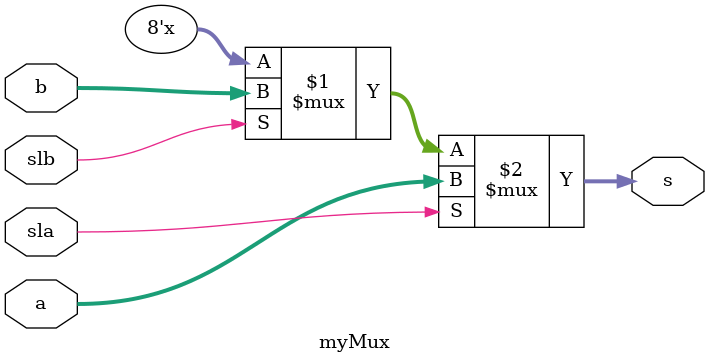
<source format=v>
`timescale 1ns/1ns
module myMux(input [7:0] a, b, input sla, slb, output [7:0] s);
	assign s = sla ? a:
	           slb ? b: 8'bx;
endmodule

</source>
